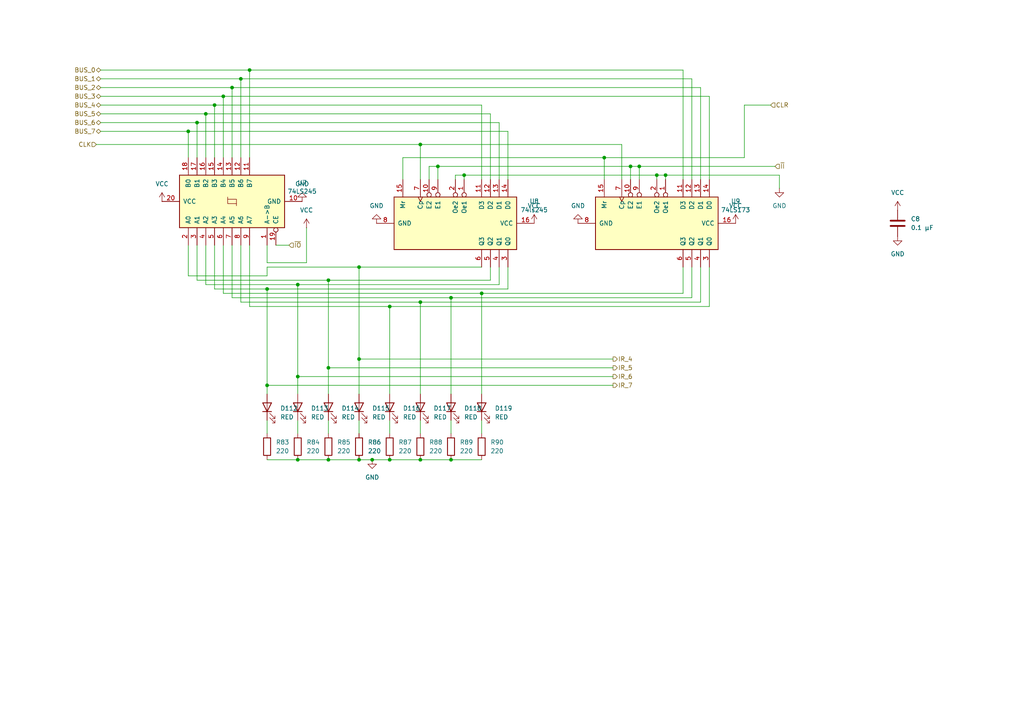
<source format=kicad_sch>
(kicad_sch (version 20250114) (generator "eeschema") (generator_version "9.0")
  (paper "A4")
  (title_block (title "8 bit PC") (date "2025-10-14") (rev "1"))
  (lib_symbols
    (symbol "74xx:74LS173" (pin_names (offset 1.016))
      (property "Reference" "U" (at -7.62 19.05 0))
      (property "Value" "74LS173" (at -7.62 -19.05 0))
      (symbol "74LS173_1_0"
        (pin input line (at -12.7 15.24 0) (length 5.08) (name "D0") (number "14"))
        (pin input line (at -12.7 12.7 0) (length 5.08) (name "D1") (number "13"))
        (pin input line (at -12.7 10.16 0) (length 5.08) (name "D2") (number "12"))
        (pin input line (at -12.7 7.62 0) (length 5.08) (name "D3") (number "11"))
        (pin input inverted (at -12.7 2.54 0) (length 5.08) (name "Oe1") (number "1"))
        (pin input inverted (at -12.7 0 0) (length 5.08) (name "Oe2") (number "2"))
        (pin input inverted (at -12.7 -5.08 0) (length 5.08) (name "E1") (number "9"))
        (pin input inverted (at -12.7 -7.62 0) (length 5.08) (name "E2") (number "10"))
        (pin input clock (at -12.7 -10.16 0) (length 5.08) (name "Cp") (number "7"))
        (pin input line (at -12.7 -15.24 0) (length 5.08) (name "Mr") (number "15"))
        (pin power_in line (at 0 22.86 270) (length 5.08) (name "VCC") (number "16"))
        (pin power_in line (at 0 -22.86 90) (length 5.08) (name "GND") (number "8"))
        (pin tri_state line (at 12.7 15.24 180) (length 5.08) (name "Q0") (number "3"))
        (pin tri_state line (at 12.7 12.7 180) (length 5.08) (name "Q1") (number "4"))
        (pin tri_state line (at 12.7 10.16 180) (length 5.08) (name "Q2") (number "5"))
        (pin tri_state line (at 12.7 7.62 180) (length 5.08) (name "Q3") (number "6"))
      )
      (symbol "74LS173_1_1"
        (rectangle (start -7.62 17.78) (end 7.62 -17.78) (stroke (width 0.254)) (fill (type background)))
      )
    )
    (symbol "74xx:74LS245" (pin_names (offset 1.016))
      (property "Reference" "U" (at -7.62 16.51 0))
      (property "Value" "74LS245" (at -7.62 -16.51 0))
      (symbol "74LS245_1_0"
        (polyline (pts (xy -1.27 -1.27) (xy 0.635 -1.27) (xy 0.635 1.27) (xy 1.27 1.27)))
        (polyline (pts (xy -0.635 -1.27) (xy -0.635 1.27) (xy 0.635 1.27)))
        (pin tri_state line (at -12.7 12.7 0) (length 5.08) (name "A0") (number "2"))
        (pin tri_state line (at -12.7 10.16 0) (length 5.08) (name "A1") (number "3"))
        (pin tri_state line (at -12.7 7.62 0) (length 5.08) (name "A2") (number "4"))
        (pin tri_state line (at -12.7 5.08 0) (length 5.08) (name "A3") (number "5"))
        (pin tri_state line (at -12.7 2.54 0) (length 5.08) (name "A4") (number "6"))
        (pin tri_state line (at -12.7 0 0) (length 5.08) (name "A5") (number "7"))
        (pin tri_state line (at -12.7 -2.54 0) (length 5.08) (name "A6") (number "8"))
        (pin tri_state line (at -12.7 -5.08 0) (length 5.08) (name "A7") (number "9"))
        (pin input line (at -12.7 -10.16 0) (length 5.08) (name "A->B") (number "1"))
        (pin input inverted (at -12.7 -12.7 0) (length 5.08) (name "CE") (number "19"))
        (pin power_in line (at 0 20.32 270) (length 5.08) (name "VCC") (number "20"))
        (pin power_in line (at 0 -20.32 90) (length 5.08) (name "GND") (number "10"))
        (pin tri_state line (at 12.7 12.7 180) (length 5.08) (name "B0") (number "18"))
        (pin tri_state line (at 12.7 10.16 180) (length 5.08) (name "B1") (number "17"))
        (pin tri_state line (at 12.7 7.62 180) (length 5.08) (name "B2") (number "16"))
        (pin tri_state line (at 12.7 5.08 180) (length 5.08) (name "B3") (number "15"))
        (pin tri_state line (at 12.7 2.54 180) (length 5.08) (name "B4") (number "14"))
        (pin tri_state line (at 12.7 0 180) (length 5.08) (name "B5") (number "13"))
        (pin tri_state line (at 12.7 -2.54 180) (length 5.08) (name "B6") (number "12"))
        (pin tri_state line (at 12.7 -5.08 180) (length 5.08) (name "B7") (number "11"))
      )
      (symbol "74LS245_1_1"
        (rectangle (start -7.62 15.24) (end 7.62 -15.24) (stroke (width 0.254)) (fill (type background)))
      )
    )
    (symbol "Device:C" (pin_numbers (hide yes)) (pin_names (offset 0.254))
      (property "Reference" "C" (at 0.635 2.54 0))
      (property "Value" "C" (at 0.635 -2.54 0))
      (symbol "C_0_1"
        (polyline (pts (xy -2.032 0.762) (xy 2.032 0.762)) (stroke (width 0.508)))
        (polyline (pts (xy -2.032 -0.762) (xy 2.032 -0.762)) (stroke (width 0.508)))
      )
      (symbol "C_1_1"
        (pin passive line (at 0 3.81 270) (length 2.794) (name "~") (number "1"))
        (pin passive line (at 0 -3.81 90) (length 2.794) (name "~") (number "2"))
      )
    )
    (symbol "Device:LED" (pin_numbers (hide yes)) (pin_names (offset 1.016) (hide yes))
      (property "Reference" "D" (at 0 2.54 0))
      (property "Value" "LED" (at 0 -2.54 0))
      (symbol "LED_0_1"
        (polyline (pts (xy -3.048 -0.762) (xy -4.572 -2.286) (xy -3.81 -2.286) (xy -4.572 -2.286) (xy -4.572 -1.524)))
        (polyline (pts (xy -1.778 -0.762) (xy -3.302 -2.286) (xy -2.54 -2.286) (xy -3.302 -2.286) (xy -3.302 -1.524)))
        (polyline (pts (xy -1.27 0) (xy 1.27 0)))
        (polyline (pts (xy -1.27 -1.27) (xy -1.27 1.27)) (stroke (width 0.254)))
        (polyline (pts (xy 1.27 -1.27) (xy 1.27 1.27) (xy -1.27 0) (xy 1.27 -1.27)) (stroke (width 0.254)))
      )
      (symbol "LED_1_1"
        (pin passive line (at -3.81 0 0) (length 2.54) (name "K") (number "1"))
        (pin passive line (at 3.81 0 180) (length 2.54) (name "A") (number "2"))
      )
    )
    (symbol "Device:R" (pin_numbers (hide yes)) (pin_names (offset 0))
      (property "Reference" "R" (at 2.032 0 90))
      (property "Value" "R" (at 0 0 90))
      (symbol "R_0_1"
        (rectangle (start -1.016 -2.54) (end 1.016 2.54) (stroke (width 0.254)))
      )
      (symbol "R_1_1"
        (pin passive line (at 0 3.81 270) (length 1.27) (name "~") (number "1"))
        (pin passive line (at 0 -3.81 90) (length 1.27) (name "~") (number "2"))
      )
    )
    (symbol "power:GND" (power) (pin_numbers (hide yes)) (pin_names (offset 0) (hide yes))
      (property "Value" "GND" (at 0 -3.81 0))
      (symbol "GND_0_1"
        (polyline (pts (xy 0 0) (xy 0 -1.27) (xy 1.27 -1.27) (xy 0 -2.54) (xy -1.27 -1.27) (xy 0 -1.27)))
      )
      (symbol "GND_1_1"
        (pin power_in line (at 0 0 270) (length 0) (name "~") (number "1"))
      )
    )
    (symbol "power:VCC" (power) (pin_numbers (hide yes)) (pin_names (offset 0) (hide yes))
      (property "Value" "VCC" (at 0 3.556 0))
      (symbol "VCC_0_1"
        (polyline (pts (xy -0.762 1.27) (xy 0 2.54)))
        (polyline (pts (xy 0 2.54) (xy 0.762 1.27)))
        (polyline (pts (xy 0 0) (xy 0 2.54)))
      )
      (symbol "VCC_1_1"
        (pin power_in line (at 0 0 90) (length 0) (name "~") (number "1"))
      )
    )
  )
  (junction (at 57.15 35.56))
  (junction (at 107.95 133.35))
  (junction (at 130.81 86.36))
  (junction (at 185.42 48.26))
  (junction (at 121.92 41.91))
  (junction (at 86.36 109.22))
  (junction (at 54.61 38.1))
  (junction (at 113.03 88.9))
  (junction (at 95.25 81.28))
  (junction (at 175.26 45.72))
  (junction (at 86.36 82.55))
  (junction (at 95.25 133.35))
  (junction (at 113.03 133.35))
  (junction (at 67.31 25.4))
  (junction (at 134.62 50.8))
  (junction (at 121.92 87.63))
  (junction (at 121.92 133.35))
  (junction (at 77.47 111.76))
  (junction (at 104.14 104.14))
  (junction (at 193.04 50.8))
  (junction (at 104.14 77.47))
  (junction (at 95.25 106.68))
  (junction (at 72.39 20.32))
  (junction (at 127 48.26))
  (junction (at 130.81 133.35))
  (junction (at 77.47 83.82))
  (junction (at 69.85 22.86))
  (junction (at 182.88 48.26))
  (junction (at 59.69 33.02))
  (junction (at 86.36 133.35))
  (junction (at 190.5 50.8))
  (junction (at 62.23 30.48))
  (junction (at 64.77 27.94))
  (junction (at 104.14 133.35))
  (junction (at 139.7 85.09))
  (wire (pts (xy 107.95 133.35) (xy 113.03 133.35)))
  (wire (pts (xy 72.39 20.32) (xy 72.39 45.72)))
  (wire (pts (xy 104.14 104.14) (xy 177.8 104.14)))
  (wire (pts (xy 95.25 81.28) (xy 142.24 81.28)))
  (wire (pts (xy 139.7 77.47) (xy 104.14 77.47)))
  (wire (pts (xy 130.81 86.36) (xy 130.81 114.3)))
  (wire (pts (xy 104.14 121.92) (xy 104.14 125.73)))
  (wire (pts (xy 144.78 35.56) (xy 144.78 52.07)))
  (wire (pts (xy 147.32 77.47) (xy 147.32 83.82)))
  (wire (pts (xy 57.15 81.28) (xy 95.25 81.28)))
  (wire (pts (xy 59.69 82.55) (xy 86.36 82.55)))
  (wire (pts (xy 57.15 35.56) (xy 57.15 45.72)))
  (wire (pts (xy 29.21 30.48) (xy 62.23 30.48)))
  (wire (pts (xy 104.14 77.47) (xy 104.14 104.14)))
  (wire (pts (xy 193.04 50.8) (xy 193.04 52.07)))
  (wire (pts (xy 62.23 30.48) (xy 62.23 45.72)))
  (wire (pts (xy 147.32 38.1) (xy 147.32 52.07)))
  (wire (pts (xy 59.69 71.12) (xy 59.69 82.55)))
  (wire (pts (xy 64.77 27.94) (xy 205.74 27.94)))
  (wire (pts (xy 190.5 50.8) (xy 190.5 52.07)))
  (wire (pts (xy 86.36 133.35) (xy 95.25 133.35)))
  (wire (pts (xy 104.14 77.47) (xy 77.47 77.47)))
  (wire (pts (xy 29.21 33.02) (xy 59.69 33.02)))
  (wire (pts (xy 203.2 77.47) (xy 203.2 87.63)))
  (wire (pts (xy 29.21 25.4) (xy 67.31 25.4)))
  (wire (pts (xy 62.23 83.82) (xy 77.47 83.82)))
  (wire (pts (xy 142.24 33.02) (xy 142.24 52.07)))
  (wire (pts (xy 198.12 77.47) (xy 198.12 85.09)))
  (wire (pts (xy 95.25 133.35) (xy 104.14 133.35)))
  (wire (pts (xy 203.2 25.4) (xy 203.2 52.07)))
  (wire (pts (xy 185.42 48.26) (xy 185.42 52.07)))
  (wire (pts (xy 86.36 82.55) (xy 86.36 109.22)))
  (wire (pts (xy 69.85 22.86) (xy 200.66 22.86)))
  (wire (pts (xy 205.74 27.94) (xy 205.74 52.07)))
  (wire (pts (xy 121.92 41.91) (xy 180.34 41.91)))
  (wire (pts (xy 127 48.26) (xy 124.46 48.26)))
  (wire (pts (xy 80.01 71.12) (xy 83.82 71.12)))
  (wire (pts (xy 142.24 77.47) (xy 142.24 81.28)))
  (wire (pts (xy 175.26 45.72) (xy 175.26 52.07)))
  (wire (pts (xy 72.39 88.9) (xy 113.03 88.9)))
  (wire (pts (xy 29.21 20.32) (xy 72.39 20.32)))
  (wire (pts (xy 69.85 71.12) (xy 69.85 87.63)))
  (wire (pts (xy 121.92 133.35) (xy 130.81 133.35)))
  (wire (pts (xy 54.61 38.1) (xy 147.32 38.1)))
  (wire (pts (xy 139.7 85.09) (xy 139.7 114.3)))
  (wire (pts (xy 59.69 33.02) (xy 142.24 33.02)))
  (wire (pts (xy 29.21 35.56) (xy 57.15 35.56)))
  (wire (pts (xy 64.77 27.94) (xy 64.77 45.72)))
  (wire (pts (xy 29.21 22.86) (xy 69.85 22.86)))
  (wire (pts (xy 95.25 81.28) (xy 95.25 106.68)))
  (wire (pts (xy 198.12 20.32) (xy 198.12 52.07)))
  (wire (pts (xy 77.47 111.76) (xy 77.47 114.3)))
  (wire (pts (xy 175.26 45.72) (xy 215.9 45.72)))
  (wire (pts (xy 57.15 71.12) (xy 57.15 81.28)))
  (wire (pts (xy 77.47 121.92) (xy 77.47 125.73)))
  (wire (pts (xy 86.36 121.92) (xy 86.36 125.73)))
  (wire (pts (xy 224.79 48.26) (xy 185.42 48.26)))
  (wire (pts (xy 77.47 77.47) (xy 77.47 80.01)))
  (wire (pts (xy 130.81 121.92) (xy 130.81 125.73)))
  (wire (pts (xy 67.31 71.12) (xy 67.31 86.36)))
  (wire (pts (xy 95.25 106.68) (xy 95.25 114.3)))
  (wire (pts (xy 116.84 45.72) (xy 175.26 45.72)))
  (wire (pts (xy 180.34 52.07) (xy 180.34 41.91)))
  (wire (pts (xy 95.25 106.68) (xy 177.8 106.68)))
  (wire (pts (xy 59.69 33.02) (xy 59.69 45.72)))
  (wire (pts (xy 226.06 50.8) (xy 226.06 54.61)))
  (wire (pts (xy 190.5 50.8) (xy 193.04 50.8)))
  (wire (pts (xy 124.46 48.26) (xy 124.46 52.07)))
  (wire (pts (xy 121.92 121.92) (xy 121.92 125.73)))
  (wire (pts (xy 86.36 82.55) (xy 144.78 82.55)))
  (wire (pts (xy 67.31 25.4) (xy 203.2 25.4)))
  (wire (pts (xy 134.62 50.8) (xy 134.62 52.07)))
  (wire (pts (xy 200.66 86.36) (xy 130.81 86.36)))
  (wire (pts (xy 86.36 109.22) (xy 86.36 114.3)))
  (wire (pts (xy 72.39 20.32) (xy 198.12 20.32)))
  (wire (pts (xy 57.15 35.56) (xy 144.78 35.56)))
  (wire (pts (xy 215.9 30.48) (xy 223.52 30.48)))
  (wire (pts (xy 77.47 76.2) (xy 88.9 76.2)))
  (wire (pts (xy 121.92 87.63) (xy 203.2 87.63)))
  (wire (pts (xy 67.31 25.4) (xy 67.31 45.72)))
  (wire (pts (xy 113.03 121.92) (xy 113.03 125.73)))
  (wire (pts (xy 139.7 85.09) (xy 198.12 85.09)))
  (wire (pts (xy 193.04 50.8) (xy 226.06 50.8)))
  (wire (pts (xy 29.21 27.94) (xy 64.77 27.94)))
  (wire (pts (xy 69.85 87.63) (xy 121.92 87.63)))
  (wire (pts (xy 139.7 121.92) (xy 139.7 125.73)))
  (wire (pts (xy 67.31 86.36) (xy 130.81 86.36)))
  (wire (pts (xy 182.88 48.26) (xy 127 48.26)))
  (wire (pts (xy 127 48.26) (xy 127 52.07)))
  (wire (pts (xy 62.23 71.12) (xy 62.23 83.82)))
  (wire (pts (xy 185.42 48.26) (xy 182.88 48.26)))
  (wire (pts (xy 113.03 88.9) (xy 205.74 88.9)))
  (wire (pts (xy 200.66 22.86) (xy 200.66 52.07)))
  (wire (pts (xy 95.25 121.92) (xy 95.25 125.73)))
  (wire (pts (xy 200.66 77.47) (xy 200.66 86.36)))
  (wire (pts (xy 177.8 111.76) (xy 77.47 111.76)))
  (wire (pts (xy 77.47 71.12) (xy 77.47 76.2)))
  (wire (pts (xy 54.61 71.12) (xy 54.61 80.01)))
  (wire (pts (xy 132.08 52.07) (xy 132.08 50.8)))
  (wire (pts (xy 77.47 83.82) (xy 77.47 111.76)))
  (wire (pts (xy 132.08 50.8) (xy 134.62 50.8)))
  (wire (pts (xy 121.92 41.91) (xy 121.92 52.07)))
  (wire (pts (xy 69.85 22.86) (xy 69.85 45.72)))
  (wire (pts (xy 215.9 45.72) (xy 215.9 30.48)))
  (wire (pts (xy 72.39 71.12) (xy 72.39 88.9)))
  (wire (pts (xy 77.47 83.82) (xy 147.32 83.82)))
  (wire (pts (xy 113.03 133.35) (xy 121.92 133.35)))
  (wire (pts (xy 54.61 38.1) (xy 54.61 45.72)))
  (wire (pts (xy 139.7 30.48) (xy 139.7 52.07)))
  (wire (pts (xy 113.03 114.3) (xy 113.03 88.9)))
  (wire (pts (xy 104.14 104.14) (xy 104.14 114.3)))
  (wire (pts (xy 205.74 77.47) (xy 205.74 88.9)))
  (wire (pts (xy 77.47 133.35) (xy 86.36 133.35)))
  (wire (pts (xy 62.23 30.48) (xy 139.7 30.48)))
  (wire (pts (xy 144.78 77.47) (xy 144.78 82.55)))
  (wire (pts (xy 130.81 133.35) (xy 139.7 133.35)))
  (wire (pts (xy 29.21 38.1) (xy 54.61 38.1)))
  (wire (pts (xy 27.94 41.91) (xy 121.92 41.91)))
  (wire (pts (xy 177.8 109.22) (xy 86.36 109.22)))
  (wire (pts (xy 121.92 114.3) (xy 121.92 87.63)))
  (wire (pts (xy 64.77 71.12) (xy 64.77 85.09)))
  (wire (pts (xy 134.62 50.8) (xy 190.5 50.8)))
  (wire (pts (xy 182.88 48.26) (xy 182.88 52.07)))
  (wire (pts (xy 88.9 76.2) (xy 88.9 66.04)))
  (wire (pts (xy 54.61 80.01) (xy 77.47 80.01)))
  (wire (pts (xy 104.14 133.35) (xy 107.95 133.35)))
  (wire (pts (xy 64.77 85.09) (xy 139.7 85.09)))
  (wire (pts (xy 116.84 52.07) (xy 116.84 45.72)))
  (hierarchical_label "BUS_5" (shape bidirectional) (at 29.21 33.02 180))
  (hierarchical_label "BUS_4" (shape bidirectional) (at 29.21 30.48 180))
  (hierarchical_label "BUS_1" (shape bidirectional) (at 29.21 22.86 180))
  (hierarchical_label "IR_5" (shape output) (at 177.8 106.68 0))
  (hierarchical_label "BUS_7" (shape bidirectional) (at 29.21 38.1 180))
  (hierarchical_label "IR_4" (shape output) (at 177.8 104.14 0))
  (hierarchical_label "IR_7" (shape output) (at 177.8 111.76 0))
  (hierarchical_label "CLK" (shape input) (at 27.94 41.91 180))
  (hierarchical_label "IR_6" (shape output) (at 177.8 109.22 0))
  (hierarchical_label "BUS_2" (shape bidirectional) (at 29.21 25.4 180))
  (hierarchical_label "BUS_6" (shape bidirectional) (at 29.21 35.56 180))
  (hierarchical_label "BUS_0" (shape bidirectional) (at 29.21 20.32 180))
  (hierarchical_label "~{II}" (shape input) (at 224.79 48.26 0))
  (hierarchical_label "~{IO}" (shape input) (at 83.82 71.12 0))
  (hierarchical_label "CLR" (shape input) (at 223.52 30.48 0))
  (hierarchical_label "BUS_3" (shape bidirectional) (at 29.21 27.94 180))
  (symbol (lib_id "power:GND") (at 87.63 58.42 180) (unit 1)
    (property "Reference" "#PWR0143" (effects (hide yes)))
    (property "Value" "GND" (at 87.63 53.34 0))
    (property "Description" "Power symbol creates a global label with name \"GND\" , ground" (effects (hide yes)))
  )
  (symbol (lib_id "Device:R") (at 130.81 129.54 0) (unit 1)
    (property "Reference" "R89" (at 133.35 128.2699 0) (effects (justify left)))
    (property "Value" "220" (at 133.35 130.8099 0) (effects (justify left)))
    (property "Footprint" "Resistor_THT:R_Axial_DIN0207_L6.3mm_D2.5mm_P7.62mm_Horizontal" (effects (hide yes)))
    (property "Description" "Resistor" (effects (hide yes)))
  )
  (symbol (lib_id "power:GND") (at 260.35 68.58 0) (unit 1)
    (property "Reference" "#PWR0111" (effects (hide yes)))
    (property "Value" "GND" (at 260.35 73.66 0))
    (property "Description" "Power symbol creates a global label with name \"GND\" , ground" (effects (hide yes)))
    (instances (project "" (path "" (reference "#PWR013") (unit 1)) (path "" (reference "#PWR0111") (unit 1)) (path "" (reference "#PWR013") (unit 1))))
  )
  (symbol (lib_id "74xx:74LS173") (at 190.5 64.77 270) (unit 1)
    (property "Reference" "U119" (at 213.36 58.3498 90))
    (property "Value" "74LS173" (at 213.36 60.8898 90))
    (property "Footprint" "Custom:SN74LS173AN" (effects (hide yes)))
    (property "Datasheet" "http://www.ti.com/lit/gpn/sn74LS173" (effects (hide yes)))
    (property "Description" "4-bit D-type Register, 3 state out" (effects (hide yes)))
    (instances (project "" (path "" (reference "U9") (unit 1)) (path "" (reference "U119") (unit 1)) (path "" (reference "U9") (unit 1))))
  )
  (symbol (lib_id "Device:LED") (at 77.47 118.11 90) (unit 1)
    (property "Reference" "D112" (at 81.28 118.4274 90) (effects (justify right)))
    (property "Value" "RED" (at 81.28 120.9674 90) (effects (justify right)))
    (property "Footprint" "LED_THT:LED_D3.0mm" (effects (hide yes)))
    (property "Description" "Light emitting diode" (effects (hide yes)))
    (property "Sim.Pins" "1=K 2=A" (effects (hide yes)))
  )
  (symbol (lib_id "Device:R") (at 104.14 129.54 0) (unit 1)
    (property "Reference" "R86" (at 106.68 128.2699 0) (effects (justify left)))
    (property "Value" "220" (at 106.68 130.8099 0) (effects (justify left)))
    (property "Footprint" "Resistor_THT:R_Axial_DIN0207_L6.3mm_D2.5mm_P7.62mm_Horizontal" (effects (hide yes)))
    (property "Description" "Resistor" (effects (hide yes)))
  )
  (symbol (lib_id "Device:LED") (at 86.36 118.11 90) (unit 1)
    (property "Reference" "D113" (at 90.17 118.4274 90) (effects (justify right)))
    (property "Value" "RED" (at 90.17 120.9674 90) (effects (justify right)))
    (property "Footprint" "LED_THT:LED_D3.0mm" (effects (hide yes)))
    (property "Description" "Light emitting diode" (effects (hide yes)))
    (property "Sim.Pins" "1=K 2=A" (effects (hide yes)))
  )
  (symbol (lib_id "power:VCC") (at 154.94 64.77 0) (unit 1)
    (property "Reference" "#PWR0141" (effects (hide yes)))
    (property "Value" "VCC" (at 154.94 59.69 0))
    (property "Description" "Power symbol creates a global label with name \"VCC\"" (effects (hide yes)))
  )
  (symbol (lib_id "power:VCC") (at 213.36 64.77 0) (unit 1)
    (property "Reference" "#PWR0142" (effects (hide yes)))
    (property "Value" "VCC" (at 213.36 59.69 0))
    (property "Description" "Power symbol creates a global label with name \"VCC\"" (effects (hide yes)))
  )
  (symbol (lib_id "Device:LED") (at 121.92 118.11 90) (unit 1)
    (property "Reference" "D117" (at 125.73 118.4274 90) (effects (justify right)))
    (property "Value" "RED" (at 125.73 120.9674 90) (effects (justify right)))
    (property "Footprint" "LED_THT:LED_D3.0mm" (effects (hide yes)))
    (property "Description" "Light emitting diode" (effects (hide yes)))
    (property "Sim.Pins" "1=K 2=A" (effects (hide yes)))
  )
  (symbol (lib_id "Device:C") (at 260.35 64.77 0) (unit 1)
    (property "Reference" "C118" (at 264.16 63.4999 0) (effects (justify left)))
    (property "Value" "0.1 µF" (at 264.16 66.0399 0) (effects (justify left)))
    (property "Footprint" "Capacitor_THT:C_Radial_D5.0mm_H5.0mm_P2.00mm" (effects (hide yes)))
    (property "Description" "Unpolarized capacitor" (effects (hide yes)))
    (instances (project "" (path "" (reference "C8") (unit 1)) (path "" (reference "C118") (unit 1)) (path "" (reference "C8") (unit 1))))
  )
  (symbol (lib_id "power:VCC") (at 88.9 66.04 0) (unit 1)
    (property "Reference" "#PWR0110" (effects (hide yes)))
    (property "Value" "VCC" (at 88.9 60.96 0))
    (property "Description" "Power symbol creates a global label with name \"VCC\"" (effects (hide yes)))
    (instances (project "" (path "" (reference "#PWR011") (unit 1)) (path "" (reference "#PWR0110") (unit 1)) (path "" (reference "#PWR011") (unit 1))))
  )
  (symbol (lib_id "Device:LED") (at 104.14 118.11 90) (unit 1)
    (property "Reference" "D115" (at 107.95 118.4274 90) (effects (justify right)))
    (property "Value" "RED" (at 107.95 120.9674 90) (effects (justify right)))
    (property "Footprint" "LED_THT:LED_D3.0mm" (effects (hide yes)))
    (property "Description" "Light emitting diode" (effects (hide yes)))
    (property "Sim.Pins" "1=K 2=A" (effects (hide yes)))
  )
  (symbol (lib_id "Device:LED") (at 95.25 118.11 90) (unit 1)
    (property "Reference" "D114" (at 99.06 118.4274 90) (effects (justify right)))
    (property "Value" "RED" (at 99.06 120.9674 90) (effects (justify right)))
    (property "Footprint" "LED_THT:LED_D3.0mm" (effects (hide yes)))
    (property "Description" "Light emitting diode" (effects (hide yes)))
    (property "Sim.Pins" "1=K 2=A" (effects (hide yes)))
  )
  (symbol (lib_id "power:GND") (at 226.06 54.61 0) (unit 1)
    (property "Reference" "#PWR0113" (effects (hide yes)))
    (property "Value" "GND" (at 226.06 59.69 0))
    (property "Description" "Power symbol creates a global label with name \"GND\" , ground" (effects (hide yes)))
    (instances (project "" (path "" (reference "#PWR010") (unit 1)) (path "" (reference "#PWR0113") (unit 1)) (path "" (reference "#PWR010") (unit 1))))
  )
  (symbol (lib_id "power:VCC") (at 260.35 60.96 0) (unit 1)
    (property "Reference" "#PWR0112" (effects (hide yes)))
    (property "Value" "VCC" (at 260.35 55.88 0))
    (property "Description" "Power symbol creates a global label with name \"VCC\"" (effects (hide yes)))
    (instances (project "" (path "" (reference "#PWR012") (unit 1)) (path "" (reference "#PWR0112") (unit 1)) (path "" (reference "#PWR012") (unit 1))))
  )
  (symbol (lib_id "Device:R") (at 139.7 129.54 0) (unit 1)
    (property "Reference" "R90" (at 142.24 128.2699 0) (effects (justify left)))
    (property "Value" "220" (at 142.24 130.8099 0) (effects (justify left)))
    (property "Footprint" "Resistor_THT:R_Axial_DIN0207_L6.3mm_D2.5mm_P7.62mm_Horizontal" (effects (hide yes)))
    (property "Description" "Resistor" (effects (hide yes)))
  )
  (symbol (lib_id "Device:LED") (at 113.03 118.11 90) (unit 1)
    (property "Reference" "D116" (at 116.84 118.4274 90) (effects (justify right)))
    (property "Value" "RED" (at 116.84 120.9674 90) (effects (justify right)))
    (property "Footprint" "LED_THT:LED_D3.0mm" (effects (hide yes)))
    (property "Description" "Light emitting diode" (effects (hide yes)))
    (property "Sim.Pins" "1=K 2=A" (effects (hide yes)))
  )
  (symbol (lib_id "Device:LED") (at 139.7 118.11 90) (unit 1)
    (property "Reference" "D119" (at 143.51 118.4274 90) (effects (justify right)))
    (property "Value" "RED" (at 143.51 120.9674 90) (effects (justify right)))
    (property "Footprint" "LED_THT:LED_D3.0mm" (effects (hide yes)))
    (property "Description" "Light emitting diode" (effects (hide yes)))
    (property "Sim.Pins" "1=K 2=A" (effects (hide yes)))
  )
  (symbol (lib_id "power:GND") (at 107.95 133.35 0) (unit 1)
    (property "Reference" "#PWR0128" (effects (hide yes)))
    (property "Value" "GND" (at 107.95 138.4467 0))
    (property "Description" "Power symbol creates a global label with name \"GND\" , ground" (effects (hide yes)))
  )
  (symbol (lib_id "Device:R") (at 95.25 129.54 0) (unit 1)
    (property "Reference" "R85" (at 97.79 128.2699 0) (effects (justify left)))
    (property "Value" "220" (at 97.79 130.8099 0) (effects (justify left)))
    (property "Footprint" "Resistor_THT:R_Axial_DIN0207_L6.3mm_D2.5mm_P7.62mm_Horizontal" (effects (hide yes)))
    (property "Description" "Resistor" (effects (hide yes)))
  )
  (symbol (lib_id "Device:R") (at 77.47 129.54 0) (unit 1)
    (property "Reference" "R83" (at 80.01 128.2699 0) (effects (justify left)))
    (property "Value" "220" (at 80.01 130.8099 0) (effects (justify left)))
    (property "Footprint" "Resistor_THT:R_Axial_DIN0207_L6.3mm_D2.5mm_P7.62mm_Horizontal" (effects (hide yes)))
    (property "Description" "Resistor" (effects (hide yes)))
  )
  (symbol (lib_id "power:GND") (at 167.64 64.77 180) (unit 1)
    (property "Reference" "#PWR0145" (effects (hide yes)))
    (property "Value" "GND" (at 167.64 59.69 0))
    (property "Description" "Power symbol creates a global label with name \"GND\" , ground" (effects (hide yes)))
  )
  (symbol (lib_id "power:GND") (at 109.22 64.77 180) (unit 1)
    (property "Reference" "#PWR0144" (effects (hide yes)))
    (property "Value" "GND" (at 109.22 59.69 0))
    (property "Description" "Power symbol creates a global label with name \"GND\" , ground" (effects (hide yes)))
  )
  (symbol (lib_id "Device:R") (at 86.36 129.54 0) (unit 1)
    (property "Reference" "R84" (at 88.9 128.2699 0) (effects (justify left)))
    (property "Value" "220" (at 88.9 130.8099 0) (effects (justify left)))
    (property "Footprint" "Resistor_THT:R_Axial_DIN0207_L6.3mm_D2.5mm_P7.62mm_Horizontal" (effects (hide yes)))
    (property "Description" "Resistor" (effects (hide yes)))
  )
  (symbol (lib_id "power:VCC") (at 46.99 58.42 0) (unit 1)
    (property "Reference" "#PWR0140" (effects (hide yes)))
    (property "Value" "VCC" (at 46.99 53.34 0))
    (property "Description" "Power symbol creates a global label with name \"VCC\"" (effects (hide yes)))
  )
  (symbol (lib_id "Device:R") (at 121.92 129.54 0) (unit 1)
    (property "Reference" "R88" (at 124.46 128.2699 0) (effects (justify left)))
    (property "Value" "220" (at 124.46 130.8099 0) (effects (justify left)))
    (property "Footprint" "Resistor_THT:R_Axial_DIN0207_L6.3mm_D2.5mm_P7.62mm_Horizontal" (effects (hide yes)))
    (property "Description" "Resistor" (effects (hide yes)))
  )
  (symbol (lib_id "74xx:74LS173") (at 132.08 64.77 270) (unit 1)
    (property "Reference" "U118" (at 154.94 58.3498 90))
    (property "Value" "74ls245" (at 154.94 60.8898 90))
    (property "Footprint" "Custom:DIP254P762X508-20" (effects (hide yes)))
    (property "Datasheet" "http://www.ti.com/lit/gpn/sn74LS173" (effects (hide yes)))
    (property "Description" "4-bit D-type Register, 3 state out" (effects (hide yes)))
    (instances (project "" (path "" (reference "U8") (unit 1)) (path "" (reference "U118") (unit 1)) (path "" (reference "U8") (unit 1))))
  )
  (symbol (lib_id "Device:R") (at 113.03 129.54 0) (unit 1)
    (property "Reference" "R87" (at 115.57 128.2699 0) (effects (justify left)))
    (property "Value" "220" (at 115.57 130.8099 0) (effects (justify left)))
    (property "Footprint" "Resistor_THT:R_Axial_DIN0207_L6.3mm_D2.5mm_P7.62mm_Horizontal" (effects (hide yes)))
    (property "Description" "Resistor" (effects (hide yes)))
  )
  (symbol (lib_id "Device:LED") (at 130.81 118.11 90) (unit 1)
    (property "Reference" "D118" (at 134.62 118.4274 90) (effects (justify right)))
    (property "Value" "RED" (at 134.62 120.9674 90) (effects (justify right)))
    (property "Footprint" "LED_THT:LED_D3.0mm" (effects (hide yes)))
    (property "Description" "Light emitting diode" (effects (hide yes)))
    (property "Sim.Pins" "1=K 2=A" (effects (hide yes)))
  )
  (symbol (lib_id "74xx:74LS245") (at 67.31 58.42 90) (unit 1)
    (property "Reference" "U117" (at 87.63 52.9746 90))
    (property "Value" "74LS245" (at 87.63 55.5146 90))
    (property "Footprint" "Custom:DIP254P762X508-20" (effects (hide yes)))
    (property "Datasheet" "http://www.ti.com/lit/gpn/sn74LS245" (effects (hide yes)))
    (property "Description" "Octal BUS Transceivers, 3-State outputs" (effects (hide yes)))
    (instances (project "" (path "" (reference "U7") (unit 1)) (path "" (reference "U117") (unit 1)) (path "" (reference "U7") (unit 1))))
  )
)
</source>
